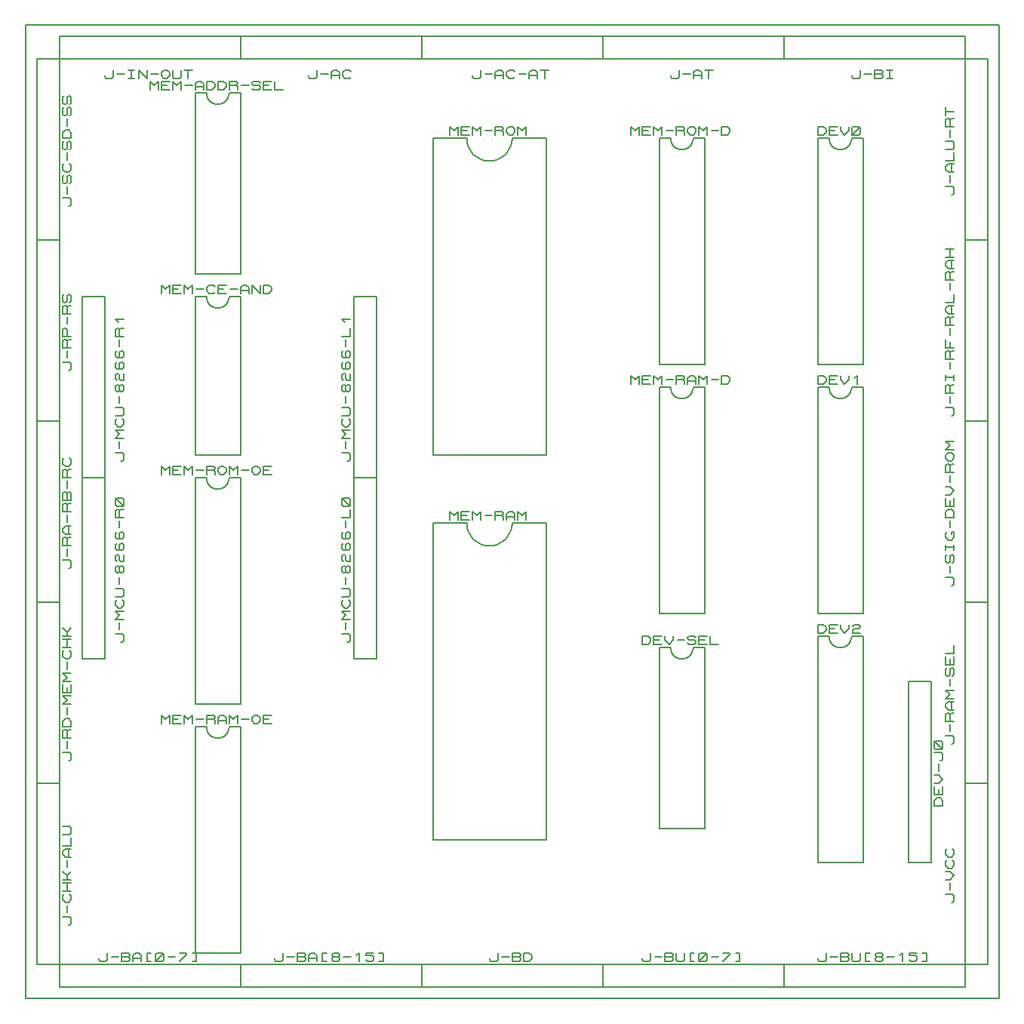
<source format=gbr>
G04 PROTEUS GERBER X2 FILE*
%TF.GenerationSoftware,Labcenter,Proteus,8.13-SP0-Build31525*%
%TF.CreationDate,2022-07-19T01:12:19+00:00*%
%TF.FileFunction,Legend,Top*%
%TF.FilePolarity,Positive*%
%TF.Part,Single*%
%TF.SameCoordinates,{d59f61b6-e7c8-4c59-9098-5d1a923f3759}*%
%FSLAX45Y45*%
%MOMM*%
G01*
%TA.AperFunction,Profile*%
%ADD15C,0.203200*%
%TA.AperFunction,Material*%
%ADD16C,0.203200*%
%TD.AperFunction*%
D15*
X-5461000Y-5715000D02*
X+5461000Y-5715000D01*
X+5461000Y+5207000D01*
X-5461000Y+5207000D01*
X-5461000Y-5715000D01*
D16*
X-3048000Y+4826000D02*
X-1016000Y+4826000D01*
X-1016000Y+5080000D01*
X-3048000Y+5080000D01*
X-3048000Y+4826000D01*
X-2286000Y+4643120D02*
X-2286000Y+4627880D01*
X-2270125Y+4612640D01*
X-2206625Y+4612640D01*
X-2190750Y+4627880D01*
X-2190750Y+4704080D01*
X-2143125Y+4658360D02*
X-2063750Y+4658360D01*
X-2032000Y+4612640D02*
X-2032000Y+4673600D01*
X-2000250Y+4704080D01*
X-1968500Y+4704080D01*
X-1936750Y+4673600D01*
X-1936750Y+4612640D01*
X-2032000Y+4643120D02*
X-1936750Y+4643120D01*
X-1809750Y+4627880D02*
X-1825625Y+4612640D01*
X-1873250Y+4612640D01*
X-1905000Y+4643120D01*
X-1905000Y+4673600D01*
X-1873250Y+4704080D01*
X-1825625Y+4704080D01*
X-1809750Y+4688840D01*
X-1016000Y+4826000D02*
X+1016000Y+4826000D01*
X+1016000Y+5080000D01*
X-1016000Y+5080000D01*
X-1016000Y+4826000D01*
X-444500Y+4643120D02*
X-444500Y+4627880D01*
X-428625Y+4612640D01*
X-365125Y+4612640D01*
X-349250Y+4627880D01*
X-349250Y+4704080D01*
X-301625Y+4658360D02*
X-222250Y+4658360D01*
X-190500Y+4612640D02*
X-190500Y+4673600D01*
X-158750Y+4704080D01*
X-127000Y+4704080D01*
X-95250Y+4673600D01*
X-95250Y+4612640D01*
X-190500Y+4643120D02*
X-95250Y+4643120D01*
X+31750Y+4627880D02*
X+15875Y+4612640D01*
X-31750Y+4612640D01*
X-63500Y+4643120D01*
X-63500Y+4673600D01*
X-31750Y+4704080D01*
X+15875Y+4704080D01*
X+31750Y+4688840D01*
X+79375Y+4658360D02*
X+158750Y+4658360D01*
X+190500Y+4612640D02*
X+190500Y+4673600D01*
X+222250Y+4704080D01*
X+254000Y+4704080D01*
X+285750Y+4673600D01*
X+285750Y+4612640D01*
X+190500Y+4643120D02*
X+285750Y+4643120D01*
X+317500Y+4704080D02*
X+412750Y+4704080D01*
X+365125Y+4704080D02*
X+365125Y+4612640D01*
X+1016000Y+4826000D02*
X+3048000Y+4826000D01*
X+3048000Y+5080000D01*
X+1016000Y+5080000D01*
X+1016000Y+4826000D01*
X+1778000Y+4643120D02*
X+1778000Y+4627880D01*
X+1793875Y+4612640D01*
X+1857375Y+4612640D01*
X+1873250Y+4627880D01*
X+1873250Y+4704080D01*
X+1920875Y+4658360D02*
X+2000250Y+4658360D01*
X+2032000Y+4612640D02*
X+2032000Y+4673600D01*
X+2063750Y+4704080D01*
X+2095500Y+4704080D01*
X+2127250Y+4673600D01*
X+2127250Y+4612640D01*
X+2032000Y+4643120D02*
X+2127250Y+4643120D01*
X+2159000Y+4704080D02*
X+2254250Y+4704080D01*
X+2206625Y+4704080D02*
X+2206625Y+4612640D01*
X+3048000Y+4826000D02*
X+5080000Y+4826000D01*
X+5080000Y+5080000D01*
X+3048000Y+5080000D01*
X+3048000Y+4826000D01*
X+3810000Y+4643120D02*
X+3810000Y+4627880D01*
X+3825875Y+4612640D01*
X+3889375Y+4612640D01*
X+3905250Y+4627880D01*
X+3905250Y+4704080D01*
X+3952875Y+4658360D02*
X+4032250Y+4658360D01*
X+4064000Y+4612640D02*
X+4064000Y+4704080D01*
X+4143375Y+4704080D01*
X+4159250Y+4688840D01*
X+4159250Y+4673600D01*
X+4143375Y+4658360D01*
X+4159250Y+4643120D01*
X+4159250Y+4627880D01*
X+4143375Y+4612640D01*
X+4064000Y+4612640D01*
X+4064000Y+4658360D02*
X+4143375Y+4658360D01*
X+4206875Y+4704080D02*
X+4270375Y+4704080D01*
X+4238625Y+4704080D02*
X+4238625Y+4612640D01*
X+4206875Y+4612640D02*
X+4270375Y+4612640D01*
X-5080000Y+4826000D02*
X-3048000Y+4826000D01*
X-3048000Y+5080000D01*
X-5080000Y+5080000D01*
X-5080000Y+4826000D01*
X-4572000Y+4643120D02*
X-4572000Y+4627880D01*
X-4556125Y+4612640D01*
X-4492625Y+4612640D01*
X-4476750Y+4627880D01*
X-4476750Y+4704080D01*
X-4429125Y+4658360D02*
X-4349750Y+4658360D01*
X-4302125Y+4704080D02*
X-4238625Y+4704080D01*
X-4270375Y+4704080D02*
X-4270375Y+4612640D01*
X-4302125Y+4612640D02*
X-4238625Y+4612640D01*
X-4191000Y+4612640D02*
X-4191000Y+4704080D01*
X-4095750Y+4612640D01*
X-4095750Y+4704080D01*
X-4048125Y+4658360D02*
X-3968750Y+4658360D01*
X-3937000Y+4673600D02*
X-3905250Y+4704080D01*
X-3873500Y+4704080D01*
X-3841750Y+4673600D01*
X-3841750Y+4643120D01*
X-3873500Y+4612640D01*
X-3905250Y+4612640D01*
X-3937000Y+4643120D01*
X-3937000Y+4673600D01*
X-3810000Y+4704080D02*
X-3810000Y+4627880D01*
X-3794125Y+4612640D01*
X-3730625Y+4612640D01*
X-3714750Y+4627880D01*
X-3714750Y+4704080D01*
X-3683000Y+4704080D02*
X-3587750Y+4704080D01*
X-3635375Y+4704080D02*
X-3635375Y+4612640D01*
X-5080000Y-5588000D02*
X-3048000Y-5588000D01*
X-3048000Y-5334000D01*
X-5080000Y-5334000D01*
X-5080000Y-5588000D01*
X-4635500Y-5262880D02*
X-4635500Y-5278120D01*
X-4619625Y-5293360D01*
X-4556125Y-5293360D01*
X-4540250Y-5278120D01*
X-4540250Y-5201920D01*
X-4492625Y-5247640D02*
X-4413250Y-5247640D01*
X-4381500Y-5293360D02*
X-4381500Y-5201920D01*
X-4302125Y-5201920D01*
X-4286250Y-5217160D01*
X-4286250Y-5232400D01*
X-4302125Y-5247640D01*
X-4286250Y-5262880D01*
X-4286250Y-5278120D01*
X-4302125Y-5293360D01*
X-4381500Y-5293360D01*
X-4381500Y-5247640D02*
X-4302125Y-5247640D01*
X-4254500Y-5293360D02*
X-4254500Y-5232400D01*
X-4222750Y-5201920D01*
X-4191000Y-5201920D01*
X-4159250Y-5232400D01*
X-4159250Y-5293360D01*
X-4254500Y-5262880D02*
X-4159250Y-5262880D01*
X-4048125Y-5201920D02*
X-4095750Y-5201920D01*
X-4095750Y-5293360D01*
X-4048125Y-5293360D01*
X-4000500Y-5278120D02*
X-4000500Y-5217160D01*
X-3984625Y-5201920D01*
X-3921125Y-5201920D01*
X-3905250Y-5217160D01*
X-3905250Y-5278120D01*
X-3921125Y-5293360D01*
X-3984625Y-5293360D01*
X-4000500Y-5278120D01*
X-4000500Y-5293360D02*
X-3905250Y-5201920D01*
X-3857625Y-5247640D02*
X-3778250Y-5247640D01*
X-3730625Y-5201920D02*
X-3651250Y-5201920D01*
X-3651250Y-5217160D01*
X-3730625Y-5293360D01*
X-3587750Y-5201920D02*
X-3540125Y-5201920D01*
X-3540125Y-5293360D01*
X-3587750Y-5293360D01*
X-3048000Y-5588000D02*
X-1016000Y-5588000D01*
X-1016000Y-5334000D01*
X-3048000Y-5334000D01*
X-3048000Y-5588000D01*
X-2667000Y-5262880D02*
X-2667000Y-5278120D01*
X-2651125Y-5293360D01*
X-2587625Y-5293360D01*
X-2571750Y-5278120D01*
X-2571750Y-5201920D01*
X-2524125Y-5247640D02*
X-2444750Y-5247640D01*
X-2413000Y-5293360D02*
X-2413000Y-5201920D01*
X-2333625Y-5201920D01*
X-2317750Y-5217160D01*
X-2317750Y-5232400D01*
X-2333625Y-5247640D01*
X-2317750Y-5262880D01*
X-2317750Y-5278120D01*
X-2333625Y-5293360D01*
X-2413000Y-5293360D01*
X-2413000Y-5247640D02*
X-2333625Y-5247640D01*
X-2286000Y-5293360D02*
X-2286000Y-5232400D01*
X-2254250Y-5201920D01*
X-2222500Y-5201920D01*
X-2190750Y-5232400D01*
X-2190750Y-5293360D01*
X-2286000Y-5262880D02*
X-2190750Y-5262880D01*
X-2079625Y-5201920D02*
X-2127250Y-5201920D01*
X-2127250Y-5293360D01*
X-2079625Y-5293360D01*
X-2000250Y-5247640D02*
X-2016125Y-5232400D01*
X-2016125Y-5217160D01*
X-2000250Y-5201920D01*
X-1952625Y-5201920D01*
X-1936750Y-5217160D01*
X-1936750Y-5232400D01*
X-1952625Y-5247640D01*
X-2000250Y-5247640D01*
X-2016125Y-5262880D01*
X-2016125Y-5278120D01*
X-2000250Y-5293360D01*
X-1952625Y-5293360D01*
X-1936750Y-5278120D01*
X-1936750Y-5262880D01*
X-1952625Y-5247640D01*
X-1889125Y-5247640D02*
X-1809750Y-5247640D01*
X-1746250Y-5232400D02*
X-1714500Y-5201920D01*
X-1714500Y-5293360D01*
X-1555750Y-5201920D02*
X-1635125Y-5201920D01*
X-1635125Y-5232400D01*
X-1571625Y-5232400D01*
X-1555750Y-5247640D01*
X-1555750Y-5278120D01*
X-1571625Y-5293360D01*
X-1619250Y-5293360D01*
X-1635125Y-5278120D01*
X-1492250Y-5201920D02*
X-1444625Y-5201920D01*
X-1444625Y-5293360D01*
X-1492250Y-5293360D01*
X-1016000Y-5588000D02*
X+1016000Y-5588000D01*
X+1016000Y-5334000D01*
X-1016000Y-5334000D01*
X-1016000Y-5588000D01*
X-254000Y-5262880D02*
X-254000Y-5278120D01*
X-238125Y-5293360D01*
X-174625Y-5293360D01*
X-158750Y-5278120D01*
X-158750Y-5201920D01*
X-111125Y-5247640D02*
X-31750Y-5247640D01*
X+0Y-5293360D02*
X+0Y-5201920D01*
X+79375Y-5201920D01*
X+95250Y-5217160D01*
X+95250Y-5232400D01*
X+79375Y-5247640D01*
X+95250Y-5262880D01*
X+95250Y-5278120D01*
X+79375Y-5293360D01*
X+0Y-5293360D01*
X+0Y-5247640D02*
X+79375Y-5247640D01*
X+127000Y-5293360D02*
X+127000Y-5201920D01*
X+190500Y-5201920D01*
X+222250Y-5232400D01*
X+222250Y-5262880D01*
X+190500Y-5293360D01*
X+127000Y-5293360D01*
X+1016000Y-5588000D02*
X+3048000Y-5588000D01*
X+3048000Y-5334000D01*
X+1016000Y-5334000D01*
X+1016000Y-5588000D01*
X+1460500Y-5262880D02*
X+1460500Y-5278120D01*
X+1476375Y-5293360D01*
X+1539875Y-5293360D01*
X+1555750Y-5278120D01*
X+1555750Y-5201920D01*
X+1603375Y-5247640D02*
X+1682750Y-5247640D01*
X+1714500Y-5293360D02*
X+1714500Y-5201920D01*
X+1793875Y-5201920D01*
X+1809750Y-5217160D01*
X+1809750Y-5232400D01*
X+1793875Y-5247640D01*
X+1809750Y-5262880D01*
X+1809750Y-5278120D01*
X+1793875Y-5293360D01*
X+1714500Y-5293360D01*
X+1714500Y-5247640D02*
X+1793875Y-5247640D01*
X+1841500Y-5201920D02*
X+1841500Y-5278120D01*
X+1857375Y-5293360D01*
X+1920875Y-5293360D01*
X+1936750Y-5278120D01*
X+1936750Y-5201920D01*
X+2047875Y-5201920D02*
X+2000250Y-5201920D01*
X+2000250Y-5293360D01*
X+2047875Y-5293360D01*
X+2095500Y-5278120D02*
X+2095500Y-5217160D01*
X+2111375Y-5201920D01*
X+2174875Y-5201920D01*
X+2190750Y-5217160D01*
X+2190750Y-5278120D01*
X+2174875Y-5293360D01*
X+2111375Y-5293360D01*
X+2095500Y-5278120D01*
X+2095500Y-5293360D02*
X+2190750Y-5201920D01*
X+2238375Y-5247640D02*
X+2317750Y-5247640D01*
X+2365375Y-5201920D02*
X+2444750Y-5201920D01*
X+2444750Y-5217160D01*
X+2365375Y-5293360D01*
X+2508250Y-5201920D02*
X+2555875Y-5201920D01*
X+2555875Y-5293360D01*
X+2508250Y-5293360D01*
X+3048000Y-5588000D02*
X+5080000Y-5588000D01*
X+5080000Y-5334000D01*
X+3048000Y-5334000D01*
X+3048000Y-5588000D01*
X+3429000Y-5262880D02*
X+3429000Y-5278120D01*
X+3444875Y-5293360D01*
X+3508375Y-5293360D01*
X+3524250Y-5278120D01*
X+3524250Y-5201920D01*
X+3571875Y-5247640D02*
X+3651250Y-5247640D01*
X+3683000Y-5293360D02*
X+3683000Y-5201920D01*
X+3762375Y-5201920D01*
X+3778250Y-5217160D01*
X+3778250Y-5232400D01*
X+3762375Y-5247640D01*
X+3778250Y-5262880D01*
X+3778250Y-5278120D01*
X+3762375Y-5293360D01*
X+3683000Y-5293360D01*
X+3683000Y-5247640D02*
X+3762375Y-5247640D01*
X+3810000Y-5201920D02*
X+3810000Y-5278120D01*
X+3825875Y-5293360D01*
X+3889375Y-5293360D01*
X+3905250Y-5278120D01*
X+3905250Y-5201920D01*
X+4016375Y-5201920D02*
X+3968750Y-5201920D01*
X+3968750Y-5293360D01*
X+4016375Y-5293360D01*
X+4095750Y-5247640D02*
X+4079875Y-5232400D01*
X+4079875Y-5217160D01*
X+4095750Y-5201920D01*
X+4143375Y-5201920D01*
X+4159250Y-5217160D01*
X+4159250Y-5232400D01*
X+4143375Y-5247640D01*
X+4095750Y-5247640D01*
X+4079875Y-5262880D01*
X+4079875Y-5278120D01*
X+4095750Y-5293360D01*
X+4143375Y-5293360D01*
X+4159250Y-5278120D01*
X+4159250Y-5262880D01*
X+4143375Y-5247640D01*
X+4206875Y-5247640D02*
X+4286250Y-5247640D01*
X+4349750Y-5232400D02*
X+4381500Y-5201920D01*
X+4381500Y-5293360D01*
X+4540250Y-5201920D02*
X+4460875Y-5201920D01*
X+4460875Y-5232400D01*
X+4524375Y-5232400D01*
X+4540250Y-5247640D01*
X+4540250Y-5278120D01*
X+4524375Y-5293360D01*
X+4476750Y-5293360D01*
X+4460875Y-5278120D01*
X+4603750Y-5201920D02*
X+4651375Y-5201920D01*
X+4651375Y-5293360D01*
X+4603750Y-5293360D01*
X-5334000Y+2794000D02*
X-5080000Y+2794000D01*
X-5080000Y+4826000D01*
X-5334000Y+4826000D01*
X-5334000Y+2794000D01*
X-4978400Y+3175000D02*
X-4963160Y+3175000D01*
X-4947920Y+3190875D01*
X-4947920Y+3254375D01*
X-4963160Y+3270250D01*
X-5039360Y+3270250D01*
X-4993640Y+3317875D02*
X-4993640Y+3397250D01*
X-4963160Y+3429000D02*
X-4947920Y+3444875D01*
X-4947920Y+3508375D01*
X-4963160Y+3524250D01*
X-4978400Y+3524250D01*
X-4993640Y+3508375D01*
X-4993640Y+3444875D01*
X-5008880Y+3429000D01*
X-5024120Y+3429000D01*
X-5039360Y+3444875D01*
X-5039360Y+3508375D01*
X-5024120Y+3524250D01*
X-4963160Y+3651250D02*
X-4947920Y+3635375D01*
X-4947920Y+3587750D01*
X-4978400Y+3556000D01*
X-5008880Y+3556000D01*
X-5039360Y+3587750D01*
X-5039360Y+3635375D01*
X-5024120Y+3651250D01*
X-4993640Y+3698875D02*
X-4993640Y+3778250D01*
X-4963160Y+3810000D02*
X-4947920Y+3825875D01*
X-4947920Y+3889375D01*
X-4963160Y+3905250D01*
X-4978400Y+3905250D01*
X-4993640Y+3889375D01*
X-4993640Y+3825875D01*
X-5008880Y+3810000D01*
X-5024120Y+3810000D01*
X-5039360Y+3825875D01*
X-5039360Y+3889375D01*
X-5024120Y+3905250D01*
X-4947920Y+3937000D02*
X-5039360Y+3937000D01*
X-5039360Y+4000500D01*
X-5008880Y+4032250D01*
X-4978400Y+4032250D01*
X-4947920Y+4000500D01*
X-4947920Y+3937000D01*
X-4993640Y+4079875D02*
X-4993640Y+4159250D01*
X-4963160Y+4191000D02*
X-4947920Y+4206875D01*
X-4947920Y+4270375D01*
X-4963160Y+4286250D01*
X-4978400Y+4286250D01*
X-4993640Y+4270375D01*
X-4993640Y+4206875D01*
X-5008880Y+4191000D01*
X-5024120Y+4191000D01*
X-5039360Y+4206875D01*
X-5039360Y+4270375D01*
X-5024120Y+4286250D01*
X-4963160Y+4318000D02*
X-4947920Y+4333875D01*
X-4947920Y+4397375D01*
X-4963160Y+4413250D01*
X-4978400Y+4413250D01*
X-4993640Y+4397375D01*
X-4993640Y+4333875D01*
X-5008880Y+4318000D01*
X-5024120Y+4318000D01*
X-5039360Y+4333875D01*
X-5039360Y+4397375D01*
X-5024120Y+4413250D01*
X-5334000Y+762000D02*
X-5080000Y+762000D01*
X-5080000Y+2794000D01*
X-5334000Y+2794000D01*
X-5334000Y+762000D01*
X-4978400Y+1333500D02*
X-4963160Y+1333500D01*
X-4947920Y+1349375D01*
X-4947920Y+1412875D01*
X-4963160Y+1428750D01*
X-5039360Y+1428750D01*
X-4993640Y+1476375D02*
X-4993640Y+1555750D01*
X-4947920Y+1587500D02*
X-5039360Y+1587500D01*
X-5039360Y+1666875D01*
X-5024120Y+1682750D01*
X-5008880Y+1682750D01*
X-4993640Y+1666875D01*
X-4993640Y+1587500D01*
X-4993640Y+1666875D02*
X-4978400Y+1682750D01*
X-4947920Y+1682750D01*
X-4947920Y+1714500D02*
X-5039360Y+1714500D01*
X-5039360Y+1793875D01*
X-5024120Y+1809750D01*
X-5008880Y+1809750D01*
X-4993640Y+1793875D01*
X-4993640Y+1714500D01*
X-4993640Y+1857375D02*
X-4993640Y+1936750D01*
X-4947920Y+1968500D02*
X-5039360Y+1968500D01*
X-5039360Y+2047875D01*
X-5024120Y+2063750D01*
X-5008880Y+2063750D01*
X-4993640Y+2047875D01*
X-4993640Y+1968500D01*
X-4993640Y+2047875D02*
X-4978400Y+2063750D01*
X-4947920Y+2063750D01*
X-4963160Y+2095500D02*
X-4947920Y+2111375D01*
X-4947920Y+2174875D01*
X-4963160Y+2190750D01*
X-4978400Y+2190750D01*
X-4993640Y+2174875D01*
X-4993640Y+2111375D01*
X-5008880Y+2095500D01*
X-5024120Y+2095500D01*
X-5039360Y+2111375D01*
X-5039360Y+2174875D01*
X-5024120Y+2190750D01*
X-5334000Y-1270000D02*
X-5080000Y-1270000D01*
X-5080000Y+762000D01*
X-5334000Y+762000D01*
X-5334000Y-1270000D01*
X-4978400Y-889000D02*
X-4963160Y-889000D01*
X-4947920Y-873125D01*
X-4947920Y-809625D01*
X-4963160Y-793750D01*
X-5039360Y-793750D01*
X-4993640Y-746125D02*
X-4993640Y-666750D01*
X-4947920Y-635000D02*
X-5039360Y-635000D01*
X-5039360Y-555625D01*
X-5024120Y-539750D01*
X-5008880Y-539750D01*
X-4993640Y-555625D01*
X-4993640Y-635000D01*
X-4993640Y-555625D02*
X-4978400Y-539750D01*
X-4947920Y-539750D01*
X-4947920Y-508000D02*
X-5008880Y-508000D01*
X-5039360Y-476250D01*
X-5039360Y-444500D01*
X-5008880Y-412750D01*
X-4947920Y-412750D01*
X-4978400Y-508000D02*
X-4978400Y-412750D01*
X-4993640Y-365125D02*
X-4993640Y-285750D01*
X-4947920Y-254000D02*
X-5039360Y-254000D01*
X-5039360Y-174625D01*
X-5024120Y-158750D01*
X-5008880Y-158750D01*
X-4993640Y-174625D01*
X-4993640Y-254000D01*
X-4993640Y-174625D02*
X-4978400Y-158750D01*
X-4947920Y-158750D01*
X-4947920Y-127000D02*
X-5039360Y-127000D01*
X-5039360Y-47625D01*
X-5024120Y-31750D01*
X-5008880Y-31750D01*
X-4993640Y-47625D01*
X-4978400Y-31750D01*
X-4963160Y-31750D01*
X-4947920Y-47625D01*
X-4947920Y-127000D01*
X-4993640Y-127000D02*
X-4993640Y-47625D01*
X-4993640Y+15875D02*
X-4993640Y+95250D01*
X-4947920Y+127000D02*
X-5039360Y+127000D01*
X-5039360Y+206375D01*
X-5024120Y+222250D01*
X-5008880Y+222250D01*
X-4993640Y+206375D01*
X-4993640Y+127000D01*
X-4993640Y+206375D02*
X-4978400Y+222250D01*
X-4947920Y+222250D01*
X-4963160Y+349250D02*
X-4947920Y+333375D01*
X-4947920Y+285750D01*
X-4978400Y+254000D01*
X-5008880Y+254000D01*
X-5039360Y+285750D01*
X-5039360Y+333375D01*
X-5024120Y+349250D01*
X-5334000Y-3302000D02*
X-5080000Y-3302000D01*
X-5080000Y-1270000D01*
X-5334000Y-1270000D01*
X-5334000Y-3302000D01*
X-4978400Y-3048000D02*
X-4963160Y-3048000D01*
X-4947920Y-3032125D01*
X-4947920Y-2968625D01*
X-4963160Y-2952750D01*
X-5039360Y-2952750D01*
X-4993640Y-2905125D02*
X-4993640Y-2825750D01*
X-4947920Y-2794000D02*
X-5039360Y-2794000D01*
X-5039360Y-2714625D01*
X-5024120Y-2698750D01*
X-5008880Y-2698750D01*
X-4993640Y-2714625D01*
X-4993640Y-2794000D01*
X-4993640Y-2714625D02*
X-4978400Y-2698750D01*
X-4947920Y-2698750D01*
X-4947920Y-2667000D02*
X-5039360Y-2667000D01*
X-5039360Y-2603500D01*
X-5008880Y-2571750D01*
X-4978400Y-2571750D01*
X-4947920Y-2603500D01*
X-4947920Y-2667000D01*
X-4993640Y-2524125D02*
X-4993640Y-2444750D01*
X-4947920Y-2413000D02*
X-5039360Y-2413000D01*
X-4993640Y-2365375D01*
X-5039360Y-2317750D01*
X-4947920Y-2317750D01*
X-4947920Y-2190750D02*
X-4947920Y-2286000D01*
X-5039360Y-2286000D01*
X-5039360Y-2190750D01*
X-4993640Y-2286000D02*
X-4993640Y-2222500D01*
X-4947920Y-2159000D02*
X-5039360Y-2159000D01*
X-4993640Y-2111375D01*
X-5039360Y-2063750D01*
X-4947920Y-2063750D01*
X-4993640Y-2016125D02*
X-4993640Y-1936750D01*
X-4963160Y-1809750D02*
X-4947920Y-1825625D01*
X-4947920Y-1873250D01*
X-4978400Y-1905000D01*
X-5008880Y-1905000D01*
X-5039360Y-1873250D01*
X-5039360Y-1825625D01*
X-5024120Y-1809750D01*
X-4947920Y-1778000D02*
X-5039360Y-1778000D01*
X-5039360Y-1682750D02*
X-4947920Y-1682750D01*
X-4993640Y-1778000D02*
X-4993640Y-1682750D01*
X-5039360Y-1651000D02*
X-4947920Y-1651000D01*
X-5039360Y-1555750D02*
X-4993640Y-1603375D01*
X-4947920Y-1555750D01*
X-4993640Y-1651000D02*
X-4993640Y-1603375D01*
X-5334000Y-5334000D02*
X-5080000Y-5334000D01*
X-5080000Y-3302000D01*
X-5334000Y-3302000D01*
X-5334000Y-5334000D01*
X-4978400Y-4889500D02*
X-4963160Y-4889500D01*
X-4947920Y-4873625D01*
X-4947920Y-4810125D01*
X-4963160Y-4794250D01*
X-5039360Y-4794250D01*
X-4993640Y-4746625D02*
X-4993640Y-4667250D01*
X-4963160Y-4540250D02*
X-4947920Y-4556125D01*
X-4947920Y-4603750D01*
X-4978400Y-4635500D01*
X-5008880Y-4635500D01*
X-5039360Y-4603750D01*
X-5039360Y-4556125D01*
X-5024120Y-4540250D01*
X-4947920Y-4508500D02*
X-5039360Y-4508500D01*
X-5039360Y-4413250D02*
X-4947920Y-4413250D01*
X-4993640Y-4508500D02*
X-4993640Y-4413250D01*
X-5039360Y-4381500D02*
X-4947920Y-4381500D01*
X-5039360Y-4286250D02*
X-4993640Y-4333875D01*
X-4947920Y-4286250D01*
X-4993640Y-4381500D02*
X-4993640Y-4333875D01*
X-4993640Y-4238625D02*
X-4993640Y-4159250D01*
X-4947920Y-4127500D02*
X-5008880Y-4127500D01*
X-5039360Y-4095750D01*
X-5039360Y-4064000D01*
X-5008880Y-4032250D01*
X-4947920Y-4032250D01*
X-4978400Y-4127500D02*
X-4978400Y-4032250D01*
X-5039360Y-4000500D02*
X-4947920Y-4000500D01*
X-4947920Y-3905250D01*
X-5039360Y-3873500D02*
X-4963160Y-3873500D01*
X-4947920Y-3857625D01*
X-4947920Y-3794125D01*
X-4963160Y-3778250D01*
X-5039360Y-3778250D01*
X+5080000Y+2794000D02*
X+5334000Y+2794000D01*
X+5334000Y+4826000D01*
X+5080000Y+4826000D01*
X+5080000Y+2794000D01*
X+4927600Y+3302000D02*
X+4942840Y+3302000D01*
X+4958080Y+3317875D01*
X+4958080Y+3381375D01*
X+4942840Y+3397250D01*
X+4866640Y+3397250D01*
X+4912360Y+3444875D02*
X+4912360Y+3524250D01*
X+4958080Y+3556000D02*
X+4897120Y+3556000D01*
X+4866640Y+3587750D01*
X+4866640Y+3619500D01*
X+4897120Y+3651250D01*
X+4958080Y+3651250D01*
X+4927600Y+3556000D02*
X+4927600Y+3651250D01*
X+4866640Y+3683000D02*
X+4958080Y+3683000D01*
X+4958080Y+3778250D01*
X+4866640Y+3810000D02*
X+4942840Y+3810000D01*
X+4958080Y+3825875D01*
X+4958080Y+3889375D01*
X+4942840Y+3905250D01*
X+4866640Y+3905250D01*
X+4912360Y+3952875D02*
X+4912360Y+4032250D01*
X+4958080Y+4064000D02*
X+4866640Y+4064000D01*
X+4866640Y+4143375D01*
X+4881880Y+4159250D01*
X+4897120Y+4159250D01*
X+4912360Y+4143375D01*
X+4912360Y+4064000D01*
X+4912360Y+4143375D02*
X+4927600Y+4159250D01*
X+4958080Y+4159250D01*
X+4866640Y+4191000D02*
X+4866640Y+4286250D01*
X+4866640Y+4238625D02*
X+4958080Y+4238625D01*
X+5080000Y+762000D02*
X+5334000Y+762000D01*
X+5334000Y+2794000D01*
X+5080000Y+2794000D01*
X+5080000Y+762000D01*
X+4927600Y+825500D02*
X+4942840Y+825500D01*
X+4958080Y+841375D01*
X+4958080Y+904875D01*
X+4942840Y+920750D01*
X+4866640Y+920750D01*
X+4912360Y+968375D02*
X+4912360Y+1047750D01*
X+4958080Y+1079500D02*
X+4866640Y+1079500D01*
X+4866640Y+1158875D01*
X+4881880Y+1174750D01*
X+4897120Y+1174750D01*
X+4912360Y+1158875D01*
X+4912360Y+1079500D01*
X+4912360Y+1158875D02*
X+4927600Y+1174750D01*
X+4958080Y+1174750D01*
X+4866640Y+1222375D02*
X+4866640Y+1285875D01*
X+4866640Y+1254125D02*
X+4958080Y+1254125D01*
X+4958080Y+1222375D02*
X+4958080Y+1285875D01*
X+4912360Y+1349375D02*
X+4912360Y+1428750D01*
X+4958080Y+1460500D02*
X+4866640Y+1460500D01*
X+4866640Y+1539875D01*
X+4881880Y+1555750D01*
X+4897120Y+1555750D01*
X+4912360Y+1539875D01*
X+4912360Y+1460500D01*
X+4912360Y+1539875D02*
X+4927600Y+1555750D01*
X+4958080Y+1555750D01*
X+4958080Y+1587500D02*
X+4866640Y+1587500D01*
X+4866640Y+1682750D01*
X+4912360Y+1587500D02*
X+4912360Y+1651000D01*
X+4912360Y+1730375D02*
X+4912360Y+1809750D01*
X+4958080Y+1841500D02*
X+4866640Y+1841500D01*
X+4866640Y+1920875D01*
X+4881880Y+1936750D01*
X+4897120Y+1936750D01*
X+4912360Y+1920875D01*
X+4912360Y+1841500D01*
X+4912360Y+1920875D02*
X+4927600Y+1936750D01*
X+4958080Y+1936750D01*
X+4958080Y+1968500D02*
X+4897120Y+1968500D01*
X+4866640Y+2000250D01*
X+4866640Y+2032000D01*
X+4897120Y+2063750D01*
X+4958080Y+2063750D01*
X+4927600Y+1968500D02*
X+4927600Y+2063750D01*
X+4866640Y+2095500D02*
X+4958080Y+2095500D01*
X+4958080Y+2190750D01*
X+4912360Y+2238375D02*
X+4912360Y+2317750D01*
X+4958080Y+2349500D02*
X+4866640Y+2349500D01*
X+4866640Y+2428875D01*
X+4881880Y+2444750D01*
X+4897120Y+2444750D01*
X+4912360Y+2428875D01*
X+4912360Y+2349500D01*
X+4912360Y+2428875D02*
X+4927600Y+2444750D01*
X+4958080Y+2444750D01*
X+4958080Y+2476500D02*
X+4897120Y+2476500D01*
X+4866640Y+2508250D01*
X+4866640Y+2540000D01*
X+4897120Y+2571750D01*
X+4958080Y+2571750D01*
X+4927600Y+2476500D02*
X+4927600Y+2571750D01*
X+4958080Y+2603500D02*
X+4866640Y+2603500D01*
X+4866640Y+2698750D02*
X+4958080Y+2698750D01*
X+4912360Y+2603500D02*
X+4912360Y+2698750D01*
X+5080000Y-1270000D02*
X+5334000Y-1270000D01*
X+5334000Y+762000D01*
X+5080000Y+762000D01*
X+5080000Y-1270000D01*
X+4927600Y-1079500D02*
X+4942840Y-1079500D01*
X+4958080Y-1063625D01*
X+4958080Y-1000125D01*
X+4942840Y-984250D01*
X+4866640Y-984250D01*
X+4912360Y-936625D02*
X+4912360Y-857250D01*
X+4942840Y-825500D02*
X+4958080Y-809625D01*
X+4958080Y-746125D01*
X+4942840Y-730250D01*
X+4927600Y-730250D01*
X+4912360Y-746125D01*
X+4912360Y-809625D01*
X+4897120Y-825500D01*
X+4881880Y-825500D01*
X+4866640Y-809625D01*
X+4866640Y-746125D01*
X+4881880Y-730250D01*
X+4866640Y-682625D02*
X+4866640Y-619125D01*
X+4866640Y-650875D02*
X+4958080Y-650875D01*
X+4958080Y-682625D02*
X+4958080Y-619125D01*
X+4927600Y-508000D02*
X+4927600Y-476250D01*
X+4958080Y-476250D01*
X+4958080Y-539750D01*
X+4927600Y-571500D01*
X+4897120Y-571500D01*
X+4866640Y-539750D01*
X+4866640Y-492125D01*
X+4881880Y-476250D01*
X+4912360Y-428625D02*
X+4912360Y-349250D01*
X+4958080Y-317500D02*
X+4866640Y-317500D01*
X+4866640Y-254000D01*
X+4897120Y-222250D01*
X+4927600Y-222250D01*
X+4958080Y-254000D01*
X+4958080Y-317500D01*
X+4958080Y-95250D02*
X+4958080Y-190500D01*
X+4866640Y-190500D01*
X+4866640Y-95250D01*
X+4912360Y-190500D02*
X+4912360Y-127000D01*
X+4866640Y-63500D02*
X+4912360Y-63500D01*
X+4958080Y-15875D01*
X+4912360Y+31750D01*
X+4866640Y+31750D01*
X+4912360Y+79375D02*
X+4912360Y+158750D01*
X+4958080Y+190500D02*
X+4866640Y+190500D01*
X+4866640Y+269875D01*
X+4881880Y+285750D01*
X+4897120Y+285750D01*
X+4912360Y+269875D01*
X+4912360Y+190500D01*
X+4912360Y+269875D02*
X+4927600Y+285750D01*
X+4958080Y+285750D01*
X+4897120Y+317500D02*
X+4866640Y+349250D01*
X+4866640Y+381000D01*
X+4897120Y+412750D01*
X+4927600Y+412750D01*
X+4958080Y+381000D01*
X+4958080Y+349250D01*
X+4927600Y+317500D01*
X+4897120Y+317500D01*
X+4958080Y+444500D02*
X+4866640Y+444500D01*
X+4912360Y+492125D01*
X+4866640Y+539750D01*
X+4958080Y+539750D01*
X+5080000Y-3302000D02*
X+5334000Y-3302000D01*
X+5334000Y-1270000D01*
X+5080000Y-1270000D01*
X+5080000Y-3302000D01*
X+4927600Y-2857500D02*
X+4942840Y-2857500D01*
X+4958080Y-2841625D01*
X+4958080Y-2778125D01*
X+4942840Y-2762250D01*
X+4866640Y-2762250D01*
X+4912360Y-2714625D02*
X+4912360Y-2635250D01*
X+4958080Y-2603500D02*
X+4866640Y-2603500D01*
X+4866640Y-2524125D01*
X+4881880Y-2508250D01*
X+4897120Y-2508250D01*
X+4912360Y-2524125D01*
X+4912360Y-2603500D01*
X+4912360Y-2524125D02*
X+4927600Y-2508250D01*
X+4958080Y-2508250D01*
X+4958080Y-2476500D02*
X+4897120Y-2476500D01*
X+4866640Y-2444750D01*
X+4866640Y-2413000D01*
X+4897120Y-2381250D01*
X+4958080Y-2381250D01*
X+4927600Y-2476500D02*
X+4927600Y-2381250D01*
X+4958080Y-2349500D02*
X+4866640Y-2349500D01*
X+4912360Y-2301875D01*
X+4866640Y-2254250D01*
X+4958080Y-2254250D01*
X+4912360Y-2206625D02*
X+4912360Y-2127250D01*
X+4942840Y-2095500D02*
X+4958080Y-2079625D01*
X+4958080Y-2016125D01*
X+4942840Y-2000250D01*
X+4927600Y-2000250D01*
X+4912360Y-2016125D01*
X+4912360Y-2079625D01*
X+4897120Y-2095500D01*
X+4881880Y-2095500D01*
X+4866640Y-2079625D01*
X+4866640Y-2016125D01*
X+4881880Y-2000250D01*
X+4958080Y-1873250D02*
X+4958080Y-1968500D01*
X+4866640Y-1968500D01*
X+4866640Y-1873250D01*
X+4912360Y-1968500D02*
X+4912360Y-1905000D01*
X+4866640Y-1841500D02*
X+4958080Y-1841500D01*
X+4958080Y-1746250D01*
X+5080000Y-5334000D02*
X+5334000Y-5334000D01*
X+5334000Y-3302000D01*
X+5080000Y-3302000D01*
X+5080000Y-5334000D01*
X+4927600Y-4635500D02*
X+4942840Y-4635500D01*
X+4958080Y-4619625D01*
X+4958080Y-4556125D01*
X+4942840Y-4540250D01*
X+4866640Y-4540250D01*
X+4912360Y-4492625D02*
X+4912360Y-4413250D01*
X+4866640Y-4381500D02*
X+4912360Y-4381500D01*
X+4958080Y-4333875D01*
X+4912360Y-4286250D01*
X+4866640Y-4286250D01*
X+4942840Y-4159250D02*
X+4958080Y-4175125D01*
X+4958080Y-4222750D01*
X+4927600Y-4254500D01*
X+4897120Y-4254500D01*
X+4866640Y-4222750D01*
X+4866640Y-4175125D01*
X+4881880Y-4159250D01*
X+4942840Y-4032250D02*
X+4958080Y-4048125D01*
X+4958080Y-4095750D01*
X+4927600Y-4127500D01*
X+4897120Y-4127500D01*
X+4866640Y-4095750D01*
X+4866640Y-4048125D01*
X+4881880Y-4032250D01*
X-1778000Y-1905000D02*
X-1524000Y-1905000D01*
X-1524000Y+127000D01*
X-1778000Y+127000D01*
X-1778000Y-1905000D01*
X-1849120Y-1714500D02*
X-1833880Y-1714500D01*
X-1818640Y-1698625D01*
X-1818640Y-1635125D01*
X-1833880Y-1619250D01*
X-1910080Y-1619250D01*
X-1864360Y-1571625D02*
X-1864360Y-1492250D01*
X-1818640Y-1460500D02*
X-1910080Y-1460500D01*
X-1864360Y-1412875D01*
X-1910080Y-1365250D01*
X-1818640Y-1365250D01*
X-1833880Y-1238250D02*
X-1818640Y-1254125D01*
X-1818640Y-1301750D01*
X-1849120Y-1333500D01*
X-1879600Y-1333500D01*
X-1910080Y-1301750D01*
X-1910080Y-1254125D01*
X-1894840Y-1238250D01*
X-1910080Y-1206500D02*
X-1833880Y-1206500D01*
X-1818640Y-1190625D01*
X-1818640Y-1127125D01*
X-1833880Y-1111250D01*
X-1910080Y-1111250D01*
X-1864360Y-1063625D02*
X-1864360Y-984250D01*
X-1864360Y-920750D02*
X-1879600Y-936625D01*
X-1894840Y-936625D01*
X-1910080Y-920750D01*
X-1910080Y-873125D01*
X-1894840Y-857250D01*
X-1879600Y-857250D01*
X-1864360Y-873125D01*
X-1864360Y-920750D01*
X-1849120Y-936625D01*
X-1833880Y-936625D01*
X-1818640Y-920750D01*
X-1818640Y-873125D01*
X-1833880Y-857250D01*
X-1849120Y-857250D01*
X-1864360Y-873125D01*
X-1894840Y-809625D02*
X-1910080Y-793750D01*
X-1910080Y-746125D01*
X-1894840Y-730250D01*
X-1879600Y-730250D01*
X-1864360Y-746125D01*
X-1864360Y-793750D01*
X-1849120Y-809625D01*
X-1818640Y-809625D01*
X-1818640Y-730250D01*
X-1894840Y-603250D02*
X-1910080Y-619125D01*
X-1910080Y-666750D01*
X-1894840Y-682625D01*
X-1833880Y-682625D01*
X-1818640Y-666750D01*
X-1818640Y-619125D01*
X-1833880Y-603250D01*
X-1849120Y-603250D01*
X-1864360Y-619125D01*
X-1864360Y-682625D01*
X-1894840Y-476250D02*
X-1910080Y-492125D01*
X-1910080Y-539750D01*
X-1894840Y-555625D01*
X-1833880Y-555625D01*
X-1818640Y-539750D01*
X-1818640Y-492125D01*
X-1833880Y-476250D01*
X-1849120Y-476250D01*
X-1864360Y-492125D01*
X-1864360Y-555625D01*
X-1864360Y-428625D02*
X-1864360Y-349250D01*
X-1910080Y-317500D02*
X-1818640Y-317500D01*
X-1818640Y-222250D01*
X-1833880Y-190500D02*
X-1894840Y-190500D01*
X-1910080Y-174625D01*
X-1910080Y-111125D01*
X-1894840Y-95250D01*
X-1833880Y-95250D01*
X-1818640Y-111125D01*
X-1818640Y-174625D01*
X-1833880Y-190500D01*
X-1818640Y-190500D02*
X-1910080Y-95250D01*
X-4826000Y-1905000D02*
X-4572000Y-1905000D01*
X-4572000Y+127000D01*
X-4826000Y+127000D01*
X-4826000Y-1905000D01*
X-4389120Y-1714500D02*
X-4373880Y-1714500D01*
X-4358640Y-1698625D01*
X-4358640Y-1635125D01*
X-4373880Y-1619250D01*
X-4450080Y-1619250D01*
X-4404360Y-1571625D02*
X-4404360Y-1492250D01*
X-4358640Y-1460500D02*
X-4450080Y-1460500D01*
X-4404360Y-1412875D01*
X-4450080Y-1365250D01*
X-4358640Y-1365250D01*
X-4373880Y-1238250D02*
X-4358640Y-1254125D01*
X-4358640Y-1301750D01*
X-4389120Y-1333500D01*
X-4419600Y-1333500D01*
X-4450080Y-1301750D01*
X-4450080Y-1254125D01*
X-4434840Y-1238250D01*
X-4450080Y-1206500D02*
X-4373880Y-1206500D01*
X-4358640Y-1190625D01*
X-4358640Y-1127125D01*
X-4373880Y-1111250D01*
X-4450080Y-1111250D01*
X-4404360Y-1063625D02*
X-4404360Y-984250D01*
X-4404360Y-920750D02*
X-4419600Y-936625D01*
X-4434840Y-936625D01*
X-4450080Y-920750D01*
X-4450080Y-873125D01*
X-4434840Y-857250D01*
X-4419600Y-857250D01*
X-4404360Y-873125D01*
X-4404360Y-920750D01*
X-4389120Y-936625D01*
X-4373880Y-936625D01*
X-4358640Y-920750D01*
X-4358640Y-873125D01*
X-4373880Y-857250D01*
X-4389120Y-857250D01*
X-4404360Y-873125D01*
X-4434840Y-809625D02*
X-4450080Y-793750D01*
X-4450080Y-746125D01*
X-4434840Y-730250D01*
X-4419600Y-730250D01*
X-4404360Y-746125D01*
X-4404360Y-793750D01*
X-4389120Y-809625D01*
X-4358640Y-809625D01*
X-4358640Y-730250D01*
X-4434840Y-603250D02*
X-4450080Y-619125D01*
X-4450080Y-666750D01*
X-4434840Y-682625D01*
X-4373880Y-682625D01*
X-4358640Y-666750D01*
X-4358640Y-619125D01*
X-4373880Y-603250D01*
X-4389120Y-603250D01*
X-4404360Y-619125D01*
X-4404360Y-682625D01*
X-4434840Y-476250D02*
X-4450080Y-492125D01*
X-4450080Y-539750D01*
X-4434840Y-555625D01*
X-4373880Y-555625D01*
X-4358640Y-539750D01*
X-4358640Y-492125D01*
X-4373880Y-476250D01*
X-4389120Y-476250D01*
X-4404360Y-492125D01*
X-4404360Y-555625D01*
X-4404360Y-428625D02*
X-4404360Y-349250D01*
X-4358640Y-317500D02*
X-4450080Y-317500D01*
X-4450080Y-238125D01*
X-4434840Y-222250D01*
X-4419600Y-222250D01*
X-4404360Y-238125D01*
X-4404360Y-317500D01*
X-4404360Y-238125D02*
X-4389120Y-222250D01*
X-4358640Y-222250D01*
X-4373880Y-190500D02*
X-4434840Y-190500D01*
X-4450080Y-174625D01*
X-4450080Y-111125D01*
X-4434840Y-95250D01*
X-4373880Y-95250D01*
X-4358640Y-111125D01*
X-4358640Y-174625D01*
X-4373880Y-190500D01*
X-4358640Y-190500D02*
X-4450080Y-95250D01*
X-4826000Y+127000D02*
X-4572000Y+127000D01*
X-4572000Y+2159000D01*
X-4826000Y+2159000D01*
X-4826000Y+127000D01*
X-4389120Y+317500D02*
X-4373880Y+317500D01*
X-4358640Y+333375D01*
X-4358640Y+396875D01*
X-4373880Y+412750D01*
X-4450080Y+412750D01*
X-4404360Y+460375D02*
X-4404360Y+539750D01*
X-4358640Y+571500D02*
X-4450080Y+571500D01*
X-4404360Y+619125D01*
X-4450080Y+666750D01*
X-4358640Y+666750D01*
X-4373880Y+793750D02*
X-4358640Y+777875D01*
X-4358640Y+730250D01*
X-4389120Y+698500D01*
X-4419600Y+698500D01*
X-4450080Y+730250D01*
X-4450080Y+777875D01*
X-4434840Y+793750D01*
X-4450080Y+825500D02*
X-4373880Y+825500D01*
X-4358640Y+841375D01*
X-4358640Y+904875D01*
X-4373880Y+920750D01*
X-4450080Y+920750D01*
X-4404360Y+968375D02*
X-4404360Y+1047750D01*
X-4404360Y+1111250D02*
X-4419600Y+1095375D01*
X-4434840Y+1095375D01*
X-4450080Y+1111250D01*
X-4450080Y+1158875D01*
X-4434840Y+1174750D01*
X-4419600Y+1174750D01*
X-4404360Y+1158875D01*
X-4404360Y+1111250D01*
X-4389120Y+1095375D01*
X-4373880Y+1095375D01*
X-4358640Y+1111250D01*
X-4358640Y+1158875D01*
X-4373880Y+1174750D01*
X-4389120Y+1174750D01*
X-4404360Y+1158875D01*
X-4434840Y+1222375D02*
X-4450080Y+1238250D01*
X-4450080Y+1285875D01*
X-4434840Y+1301750D01*
X-4419600Y+1301750D01*
X-4404360Y+1285875D01*
X-4404360Y+1238250D01*
X-4389120Y+1222375D01*
X-4358640Y+1222375D01*
X-4358640Y+1301750D01*
X-4434840Y+1428750D02*
X-4450080Y+1412875D01*
X-4450080Y+1365250D01*
X-4434840Y+1349375D01*
X-4373880Y+1349375D01*
X-4358640Y+1365250D01*
X-4358640Y+1412875D01*
X-4373880Y+1428750D01*
X-4389120Y+1428750D01*
X-4404360Y+1412875D01*
X-4404360Y+1349375D01*
X-4434840Y+1555750D02*
X-4450080Y+1539875D01*
X-4450080Y+1492250D01*
X-4434840Y+1476375D01*
X-4373880Y+1476375D01*
X-4358640Y+1492250D01*
X-4358640Y+1539875D01*
X-4373880Y+1555750D01*
X-4389120Y+1555750D01*
X-4404360Y+1539875D01*
X-4404360Y+1476375D01*
X-4404360Y+1603375D02*
X-4404360Y+1682750D01*
X-4358640Y+1714500D02*
X-4450080Y+1714500D01*
X-4450080Y+1793875D01*
X-4434840Y+1809750D01*
X-4419600Y+1809750D01*
X-4404360Y+1793875D01*
X-4404360Y+1714500D01*
X-4404360Y+1793875D02*
X-4389120Y+1809750D01*
X-4358640Y+1809750D01*
X-4419600Y+1873250D02*
X-4450080Y+1905000D01*
X-4358640Y+1905000D01*
X-1778000Y+127000D02*
X-1524000Y+127000D01*
X-1524000Y+2159000D01*
X-1778000Y+2159000D01*
X-1778000Y+127000D01*
X-1849120Y+317500D02*
X-1833880Y+317500D01*
X-1818640Y+333375D01*
X-1818640Y+396875D01*
X-1833880Y+412750D01*
X-1910080Y+412750D01*
X-1864360Y+460375D02*
X-1864360Y+539750D01*
X-1818640Y+571500D02*
X-1910080Y+571500D01*
X-1864360Y+619125D01*
X-1910080Y+666750D01*
X-1818640Y+666750D01*
X-1833880Y+793750D02*
X-1818640Y+777875D01*
X-1818640Y+730250D01*
X-1849120Y+698500D01*
X-1879600Y+698500D01*
X-1910080Y+730250D01*
X-1910080Y+777875D01*
X-1894840Y+793750D01*
X-1910080Y+825500D02*
X-1833880Y+825500D01*
X-1818640Y+841375D01*
X-1818640Y+904875D01*
X-1833880Y+920750D01*
X-1910080Y+920750D01*
X-1864360Y+968375D02*
X-1864360Y+1047750D01*
X-1864360Y+1111250D02*
X-1879600Y+1095375D01*
X-1894840Y+1095375D01*
X-1910080Y+1111250D01*
X-1910080Y+1158875D01*
X-1894840Y+1174750D01*
X-1879600Y+1174750D01*
X-1864360Y+1158875D01*
X-1864360Y+1111250D01*
X-1849120Y+1095375D01*
X-1833880Y+1095375D01*
X-1818640Y+1111250D01*
X-1818640Y+1158875D01*
X-1833880Y+1174750D01*
X-1849120Y+1174750D01*
X-1864360Y+1158875D01*
X-1894840Y+1222375D02*
X-1910080Y+1238250D01*
X-1910080Y+1285875D01*
X-1894840Y+1301750D01*
X-1879600Y+1301750D01*
X-1864360Y+1285875D01*
X-1864360Y+1238250D01*
X-1849120Y+1222375D01*
X-1818640Y+1222375D01*
X-1818640Y+1301750D01*
X-1894840Y+1428750D02*
X-1910080Y+1412875D01*
X-1910080Y+1365250D01*
X-1894840Y+1349375D01*
X-1833880Y+1349375D01*
X-1818640Y+1365250D01*
X-1818640Y+1412875D01*
X-1833880Y+1428750D01*
X-1849120Y+1428750D01*
X-1864360Y+1412875D01*
X-1864360Y+1349375D01*
X-1894840Y+1555750D02*
X-1910080Y+1539875D01*
X-1910080Y+1492250D01*
X-1894840Y+1476375D01*
X-1833880Y+1476375D01*
X-1818640Y+1492250D01*
X-1818640Y+1539875D01*
X-1833880Y+1555750D01*
X-1849120Y+1555750D01*
X-1864360Y+1539875D01*
X-1864360Y+1476375D01*
X-1864360Y+1603375D02*
X-1864360Y+1682750D01*
X-1910080Y+1714500D02*
X-1818640Y+1714500D01*
X-1818640Y+1809750D01*
X-1879600Y+1873250D02*
X-1910080Y+1905000D01*
X-1818640Y+1905000D01*
X-3556000Y+4445000D02*
X-3429000Y+4445000D01*
X-3302000Y+4318000D02*
X-3276124Y+4320436D01*
X-3252152Y+4327485D01*
X-3230562Y+4338762D01*
X-3211830Y+4353878D01*
X-3196431Y+4372446D01*
X-3184842Y+4394081D01*
X-3177540Y+4418394D01*
X-3175000Y+4445000D01*
X-3302000Y+4318000D02*
X-3328606Y+4320436D01*
X-3352919Y+4327485D01*
X-3374554Y+4338762D01*
X-3393122Y+4353878D01*
X-3408238Y+4372446D01*
X-3419515Y+4394081D01*
X-3426564Y+4418394D01*
X-3429000Y+4445000D01*
X-3175000Y+4445000D02*
X-3048000Y+4445000D01*
X-3556000Y+2413000D02*
X-3048000Y+2413000D01*
X-3556000Y+4445000D02*
X-3556000Y+2413000D01*
X-3048000Y+2413000D02*
X-3048000Y+4445000D01*
X-4064000Y+4485640D02*
X-4064000Y+4577080D01*
X-4016375Y+4531360D01*
X-3968750Y+4577080D01*
X-3968750Y+4485640D01*
X-3841750Y+4485640D02*
X-3937000Y+4485640D01*
X-3937000Y+4577080D01*
X-3841750Y+4577080D01*
X-3937000Y+4531360D02*
X-3873500Y+4531360D01*
X-3810000Y+4485640D02*
X-3810000Y+4577080D01*
X-3762375Y+4531360D01*
X-3714750Y+4577080D01*
X-3714750Y+4485640D01*
X-3667125Y+4531360D02*
X-3587750Y+4531360D01*
X-3556000Y+4485640D02*
X-3556000Y+4546600D01*
X-3524250Y+4577080D01*
X-3492500Y+4577080D01*
X-3460750Y+4546600D01*
X-3460750Y+4485640D01*
X-3556000Y+4516120D02*
X-3460750Y+4516120D01*
X-3429000Y+4485640D02*
X-3429000Y+4577080D01*
X-3365500Y+4577080D01*
X-3333750Y+4546600D01*
X-3333750Y+4516120D01*
X-3365500Y+4485640D01*
X-3429000Y+4485640D01*
X-3302000Y+4485640D02*
X-3302000Y+4577080D01*
X-3238500Y+4577080D01*
X-3206750Y+4546600D01*
X-3206750Y+4516120D01*
X-3238500Y+4485640D01*
X-3302000Y+4485640D01*
X-3175000Y+4485640D02*
X-3175000Y+4577080D01*
X-3095625Y+4577080D01*
X-3079750Y+4561840D01*
X-3079750Y+4546600D01*
X-3095625Y+4531360D01*
X-3175000Y+4531360D01*
X-3095625Y+4531360D02*
X-3079750Y+4516120D01*
X-3079750Y+4485640D01*
X-3032125Y+4531360D02*
X-2952750Y+4531360D01*
X-2921000Y+4500880D02*
X-2905125Y+4485640D01*
X-2841625Y+4485640D01*
X-2825750Y+4500880D01*
X-2825750Y+4516120D01*
X-2841625Y+4531360D01*
X-2905125Y+4531360D01*
X-2921000Y+4546600D01*
X-2921000Y+4561840D01*
X-2905125Y+4577080D01*
X-2841625Y+4577080D01*
X-2825750Y+4561840D01*
X-2698750Y+4485640D02*
X-2794000Y+4485640D01*
X-2794000Y+4577080D01*
X-2698750Y+4577080D01*
X-2794000Y+4531360D02*
X-2730500Y+4531360D01*
X-2667000Y+4577080D02*
X-2667000Y+4485640D01*
X-2571750Y+4485640D01*
X-3175000Y+2159000D02*
X-3048000Y+2159000D01*
X-3556000Y+2159000D02*
X-3429000Y+2159000D01*
X-3302000Y+2032000D02*
X-3276124Y+2034436D01*
X-3252152Y+2041485D01*
X-3230562Y+2052762D01*
X-3211830Y+2067878D01*
X-3196431Y+2086446D01*
X-3184842Y+2108081D01*
X-3177540Y+2132394D01*
X-3175000Y+2159000D01*
X-3302000Y+2032000D02*
X-3328606Y+2034436D01*
X-3352919Y+2041485D01*
X-3374554Y+2052762D01*
X-3393122Y+2067878D01*
X-3408238Y+2086446D01*
X-3419515Y+2108081D01*
X-3426564Y+2132394D01*
X-3429000Y+2159000D01*
X-3556000Y+2159000D02*
X-3556000Y+381000D01*
X-3048000Y+381000D01*
X-3048000Y+2159000D01*
X-3937000Y+2199640D02*
X-3937000Y+2291080D01*
X-3889375Y+2245360D01*
X-3841750Y+2291080D01*
X-3841750Y+2199640D01*
X-3714750Y+2199640D02*
X-3810000Y+2199640D01*
X-3810000Y+2291080D01*
X-3714750Y+2291080D01*
X-3810000Y+2245360D02*
X-3746500Y+2245360D01*
X-3683000Y+2199640D02*
X-3683000Y+2291080D01*
X-3635375Y+2245360D01*
X-3587750Y+2291080D01*
X-3587750Y+2199640D01*
X-3540125Y+2245360D02*
X-3460750Y+2245360D01*
X-3333750Y+2214880D02*
X-3349625Y+2199640D01*
X-3397250Y+2199640D01*
X-3429000Y+2230120D01*
X-3429000Y+2260600D01*
X-3397250Y+2291080D01*
X-3349625Y+2291080D01*
X-3333750Y+2275840D01*
X-3206750Y+2199640D02*
X-3302000Y+2199640D01*
X-3302000Y+2291080D01*
X-3206750Y+2291080D01*
X-3302000Y+2245360D02*
X-3238500Y+2245360D01*
X-3159125Y+2245360D02*
X-3079750Y+2245360D01*
X-3048000Y+2199640D02*
X-3048000Y+2260600D01*
X-3016250Y+2291080D01*
X-2984500Y+2291080D01*
X-2952750Y+2260600D01*
X-2952750Y+2199640D01*
X-3048000Y+2230120D02*
X-2952750Y+2230120D01*
X-2921000Y+2199640D02*
X-2921000Y+2291080D01*
X-2825750Y+2199640D01*
X-2825750Y+2291080D01*
X-2794000Y+2199640D02*
X-2794000Y+2291080D01*
X-2730500Y+2291080D01*
X-2698750Y+2260600D01*
X-2698750Y+2230120D01*
X-2730500Y+2199640D01*
X-2794000Y+2199640D01*
X-3556000Y+127000D02*
X-3429000Y+127000D01*
X-3302000Y+0D02*
X-3276124Y+2436D01*
X-3252152Y+9485D01*
X-3230562Y+20762D01*
X-3211830Y+35878D01*
X-3196431Y+54446D01*
X-3184842Y+76081D01*
X-3177540Y+100394D01*
X-3175000Y+127000D01*
X-3302000Y+0D02*
X-3328606Y+2436D01*
X-3352919Y+9485D01*
X-3374554Y+20762D01*
X-3393122Y+35878D01*
X-3408238Y+54446D01*
X-3419515Y+76081D01*
X-3426564Y+100394D01*
X-3429000Y+127000D01*
X-3175000Y+127000D02*
X-3048000Y+127000D01*
X-3556000Y-2413000D02*
X-3048000Y-2413000D01*
X-3556000Y+127000D02*
X-3556000Y-2413000D01*
X-3048000Y+127000D02*
X-3048000Y-2413000D01*
X-3937000Y+167640D02*
X-3937000Y+259080D01*
X-3889375Y+213360D01*
X-3841750Y+259080D01*
X-3841750Y+167640D01*
X-3714750Y+167640D02*
X-3810000Y+167640D01*
X-3810000Y+259080D01*
X-3714750Y+259080D01*
X-3810000Y+213360D02*
X-3746500Y+213360D01*
X-3683000Y+167640D02*
X-3683000Y+259080D01*
X-3635375Y+213360D01*
X-3587750Y+259080D01*
X-3587750Y+167640D01*
X-3540125Y+213360D02*
X-3460750Y+213360D01*
X-3429000Y+167640D02*
X-3429000Y+259080D01*
X-3349625Y+259080D01*
X-3333750Y+243840D01*
X-3333750Y+228600D01*
X-3349625Y+213360D01*
X-3429000Y+213360D01*
X-3349625Y+213360D02*
X-3333750Y+198120D01*
X-3333750Y+167640D01*
X-3302000Y+228600D02*
X-3270250Y+259080D01*
X-3238500Y+259080D01*
X-3206750Y+228600D01*
X-3206750Y+198120D01*
X-3238500Y+167640D01*
X-3270250Y+167640D01*
X-3302000Y+198120D01*
X-3302000Y+228600D01*
X-3175000Y+167640D02*
X-3175000Y+259080D01*
X-3127375Y+213360D01*
X-3079750Y+259080D01*
X-3079750Y+167640D01*
X-3032125Y+213360D02*
X-2952750Y+213360D01*
X-2921000Y+228600D02*
X-2889250Y+259080D01*
X-2857500Y+259080D01*
X-2825750Y+228600D01*
X-2825750Y+198120D01*
X-2857500Y+167640D01*
X-2889250Y+167640D01*
X-2921000Y+198120D01*
X-2921000Y+228600D01*
X-2698750Y+167640D02*
X-2794000Y+167640D01*
X-2794000Y+259080D01*
X-2698750Y+259080D01*
X-2794000Y+213360D02*
X-2730500Y+213360D01*
X-3556000Y-2667000D02*
X-3429000Y-2667000D01*
X-3302000Y-2794000D02*
X-3276124Y-2791564D01*
X-3252152Y-2784515D01*
X-3230562Y-2773238D01*
X-3211830Y-2758122D01*
X-3196431Y-2739554D01*
X-3184842Y-2717919D01*
X-3177540Y-2693606D01*
X-3175000Y-2667000D01*
X-3302000Y-2794000D02*
X-3328606Y-2791564D01*
X-3352919Y-2784515D01*
X-3374554Y-2773238D01*
X-3393122Y-2758122D01*
X-3408238Y-2739554D01*
X-3419515Y-2717919D01*
X-3426564Y-2693606D01*
X-3429000Y-2667000D01*
X-3175000Y-2667000D02*
X-3048000Y-2667000D01*
X-3556000Y-5207000D02*
X-3048000Y-5207000D01*
X-3556000Y-2667000D02*
X-3556000Y-5207000D01*
X-3048000Y-2667000D02*
X-3048000Y-5207000D01*
X-3937000Y-2626360D02*
X-3937000Y-2534920D01*
X-3889375Y-2580640D01*
X-3841750Y-2534920D01*
X-3841750Y-2626360D01*
X-3714750Y-2626360D02*
X-3810000Y-2626360D01*
X-3810000Y-2534920D01*
X-3714750Y-2534920D01*
X-3810000Y-2580640D02*
X-3746500Y-2580640D01*
X-3683000Y-2626360D02*
X-3683000Y-2534920D01*
X-3635375Y-2580640D01*
X-3587750Y-2534920D01*
X-3587750Y-2626360D01*
X-3540125Y-2580640D02*
X-3460750Y-2580640D01*
X-3429000Y-2626360D02*
X-3429000Y-2534920D01*
X-3349625Y-2534920D01*
X-3333750Y-2550160D01*
X-3333750Y-2565400D01*
X-3349625Y-2580640D01*
X-3429000Y-2580640D01*
X-3349625Y-2580640D02*
X-3333750Y-2595880D01*
X-3333750Y-2626360D01*
X-3302000Y-2626360D02*
X-3302000Y-2565400D01*
X-3270250Y-2534920D01*
X-3238500Y-2534920D01*
X-3206750Y-2565400D01*
X-3206750Y-2626360D01*
X-3302000Y-2595880D02*
X-3206750Y-2595880D01*
X-3175000Y-2626360D02*
X-3175000Y-2534920D01*
X-3127375Y-2580640D01*
X-3079750Y-2534920D01*
X-3079750Y-2626360D01*
X-3032125Y-2580640D02*
X-2952750Y-2580640D01*
X-2921000Y-2565400D02*
X-2889250Y-2534920D01*
X-2857500Y-2534920D01*
X-2825750Y-2565400D01*
X-2825750Y-2595880D01*
X-2857500Y-2626360D01*
X-2889250Y-2626360D01*
X-2921000Y-2595880D01*
X-2921000Y-2565400D01*
X-2698750Y-2626360D02*
X-2794000Y-2626360D01*
X-2794000Y-2534920D01*
X-2698750Y-2534920D01*
X-2794000Y-2580640D02*
X-2730500Y-2580640D01*
X-254000Y+3683000D02*
X-202248Y+3688080D01*
X-154305Y+3702685D01*
X-111125Y+3725862D01*
X-73660Y+3756660D01*
X-42862Y+3794125D01*
X-19685Y+3837305D01*
X-5080Y+3885248D01*
X+0Y+3937000D01*
X-254000Y+3683000D02*
X-306482Y+3688080D01*
X-354766Y+3702685D01*
X-397991Y+3725862D01*
X-435292Y+3756660D01*
X-465807Y+3794125D01*
X-488672Y+3837305D01*
X-503024Y+3885248D01*
X-508000Y+3937000D01*
X+0Y+3937000D02*
X+381000Y+3937000D01*
X+381000Y+381000D02*
X-889000Y+381000D01*
X-889000Y+3937000D02*
X-508000Y+3937000D01*
X+381000Y+3937000D02*
X+381000Y+381000D01*
X-889000Y+3937000D02*
X-889000Y+381000D01*
X-698500Y+3977640D02*
X-698500Y+4069080D01*
X-650875Y+4023360D01*
X-603250Y+4069080D01*
X-603250Y+3977640D01*
X-476250Y+3977640D02*
X-571500Y+3977640D01*
X-571500Y+4069080D01*
X-476250Y+4069080D01*
X-571500Y+4023360D02*
X-508000Y+4023360D01*
X-444500Y+3977640D02*
X-444500Y+4069080D01*
X-396875Y+4023360D01*
X-349250Y+4069080D01*
X-349250Y+3977640D01*
X-301625Y+4023360D02*
X-222250Y+4023360D01*
X-190500Y+3977640D02*
X-190500Y+4069080D01*
X-111125Y+4069080D01*
X-95250Y+4053840D01*
X-95250Y+4038600D01*
X-111125Y+4023360D01*
X-190500Y+4023360D01*
X-111125Y+4023360D02*
X-95250Y+4008120D01*
X-95250Y+3977640D01*
X-63500Y+4038600D02*
X-31750Y+4069080D01*
X+0Y+4069080D01*
X+31750Y+4038600D01*
X+31750Y+4008120D01*
X+0Y+3977640D01*
X-31750Y+3977640D01*
X-63500Y+4008120D01*
X-63500Y+4038600D01*
X+63500Y+3977640D02*
X+63500Y+4069080D01*
X+111125Y+4023360D01*
X+158750Y+4069080D01*
X+158750Y+3977640D01*
X-254000Y-635000D02*
X-202248Y-629920D01*
X-154305Y-615315D01*
X-111125Y-592138D01*
X-73660Y-561340D01*
X-42862Y-523875D01*
X-19685Y-480695D01*
X-5080Y-432752D01*
X+0Y-381000D01*
X-254000Y-635000D02*
X-306482Y-629920D01*
X-354766Y-615315D01*
X-397991Y-592138D01*
X-435292Y-561340D01*
X-465807Y-523875D01*
X-488672Y-480695D01*
X-503024Y-432752D01*
X-508000Y-381000D01*
X+0Y-381000D02*
X+381000Y-381000D01*
X+381000Y-3937000D02*
X-889000Y-3937000D01*
X-889000Y-381000D02*
X-508000Y-381000D01*
X+381000Y-381000D02*
X+381000Y-3937000D01*
X-889000Y-381000D02*
X-889000Y-3937000D01*
X-698500Y-340360D02*
X-698500Y-248920D01*
X-650875Y-294640D01*
X-603250Y-248920D01*
X-603250Y-340360D01*
X-476250Y-340360D02*
X-571500Y-340360D01*
X-571500Y-248920D01*
X-476250Y-248920D01*
X-571500Y-294640D02*
X-508000Y-294640D01*
X-444500Y-340360D02*
X-444500Y-248920D01*
X-396875Y-294640D01*
X-349250Y-248920D01*
X-349250Y-340360D01*
X-301625Y-294640D02*
X-222250Y-294640D01*
X-190500Y-340360D02*
X-190500Y-248920D01*
X-111125Y-248920D01*
X-95250Y-264160D01*
X-95250Y-279400D01*
X-111125Y-294640D01*
X-190500Y-294640D01*
X-111125Y-294640D02*
X-95250Y-309880D01*
X-95250Y-340360D01*
X-63500Y-340360D02*
X-63500Y-279400D01*
X-31750Y-248920D01*
X+0Y-248920D01*
X+31750Y-279400D01*
X+31750Y-340360D01*
X-63500Y-309880D02*
X+31750Y-309880D01*
X+63500Y-340360D02*
X+63500Y-248920D01*
X+111125Y-294640D01*
X+158750Y-248920D01*
X+158750Y-340360D01*
X+1651000Y+3937000D02*
X+1778000Y+3937000D01*
X+1905000Y+3810000D02*
X+1930876Y+3812436D01*
X+1954848Y+3819485D01*
X+1976438Y+3830762D01*
X+1995170Y+3845878D01*
X+2010569Y+3864446D01*
X+2022158Y+3886081D01*
X+2029460Y+3910394D01*
X+2032000Y+3937000D01*
X+1905000Y+3810000D02*
X+1878394Y+3812436D01*
X+1854081Y+3819485D01*
X+1832446Y+3830762D01*
X+1813878Y+3845878D01*
X+1798762Y+3864446D01*
X+1787485Y+3886081D01*
X+1780436Y+3910394D01*
X+1778000Y+3937000D01*
X+2032000Y+3937000D02*
X+2159000Y+3937000D01*
X+1651000Y+1397000D02*
X+2159000Y+1397000D01*
X+1651000Y+3937000D02*
X+1651000Y+1397000D01*
X+2159000Y+3937000D02*
X+2159000Y+1397000D01*
X+1333500Y+3977640D02*
X+1333500Y+4069080D01*
X+1381125Y+4023360D01*
X+1428750Y+4069080D01*
X+1428750Y+3977640D01*
X+1555750Y+3977640D02*
X+1460500Y+3977640D01*
X+1460500Y+4069080D01*
X+1555750Y+4069080D01*
X+1460500Y+4023360D02*
X+1524000Y+4023360D01*
X+1587500Y+3977640D02*
X+1587500Y+4069080D01*
X+1635125Y+4023360D01*
X+1682750Y+4069080D01*
X+1682750Y+3977640D01*
X+1730375Y+4023360D02*
X+1809750Y+4023360D01*
X+1841500Y+3977640D02*
X+1841500Y+4069080D01*
X+1920875Y+4069080D01*
X+1936750Y+4053840D01*
X+1936750Y+4038600D01*
X+1920875Y+4023360D01*
X+1841500Y+4023360D01*
X+1920875Y+4023360D02*
X+1936750Y+4008120D01*
X+1936750Y+3977640D01*
X+1968500Y+4038600D02*
X+2000250Y+4069080D01*
X+2032000Y+4069080D01*
X+2063750Y+4038600D01*
X+2063750Y+4008120D01*
X+2032000Y+3977640D01*
X+2000250Y+3977640D01*
X+1968500Y+4008120D01*
X+1968500Y+4038600D01*
X+2095500Y+3977640D02*
X+2095500Y+4069080D01*
X+2143125Y+4023360D01*
X+2190750Y+4069080D01*
X+2190750Y+3977640D01*
X+2238375Y+4023360D02*
X+2317750Y+4023360D01*
X+2349500Y+3977640D02*
X+2349500Y+4069080D01*
X+2413000Y+4069080D01*
X+2444750Y+4038600D01*
X+2444750Y+4008120D01*
X+2413000Y+3977640D01*
X+2349500Y+3977640D01*
X+1651000Y+1143000D02*
X+1778000Y+1143000D01*
X+1905000Y+1016000D02*
X+1930876Y+1018436D01*
X+1954848Y+1025485D01*
X+1976438Y+1036762D01*
X+1995170Y+1051878D01*
X+2010569Y+1070446D01*
X+2022158Y+1092081D01*
X+2029460Y+1116394D01*
X+2032000Y+1143000D01*
X+1905000Y+1016000D02*
X+1878394Y+1018436D01*
X+1854081Y+1025485D01*
X+1832446Y+1036762D01*
X+1813878Y+1051878D01*
X+1798762Y+1070446D01*
X+1787485Y+1092081D01*
X+1780436Y+1116394D01*
X+1778000Y+1143000D01*
X+2032000Y+1143000D02*
X+2159000Y+1143000D01*
X+1651000Y-1397000D02*
X+2159000Y-1397000D01*
X+1651000Y+1143000D02*
X+1651000Y-1397000D01*
X+2159000Y+1143000D02*
X+2159000Y-1397000D01*
X+1333500Y+1183640D02*
X+1333500Y+1275080D01*
X+1381125Y+1229360D01*
X+1428750Y+1275080D01*
X+1428750Y+1183640D01*
X+1555750Y+1183640D02*
X+1460500Y+1183640D01*
X+1460500Y+1275080D01*
X+1555750Y+1275080D01*
X+1460500Y+1229360D02*
X+1524000Y+1229360D01*
X+1587500Y+1183640D02*
X+1587500Y+1275080D01*
X+1635125Y+1229360D01*
X+1682750Y+1275080D01*
X+1682750Y+1183640D01*
X+1730375Y+1229360D02*
X+1809750Y+1229360D01*
X+1841500Y+1183640D02*
X+1841500Y+1275080D01*
X+1920875Y+1275080D01*
X+1936750Y+1259840D01*
X+1936750Y+1244600D01*
X+1920875Y+1229360D01*
X+1841500Y+1229360D01*
X+1920875Y+1229360D02*
X+1936750Y+1214120D01*
X+1936750Y+1183640D01*
X+1968500Y+1183640D02*
X+1968500Y+1244600D01*
X+2000250Y+1275080D01*
X+2032000Y+1275080D01*
X+2063750Y+1244600D01*
X+2063750Y+1183640D01*
X+1968500Y+1214120D02*
X+2063750Y+1214120D01*
X+2095500Y+1183640D02*
X+2095500Y+1275080D01*
X+2143125Y+1229360D01*
X+2190750Y+1275080D01*
X+2190750Y+1183640D01*
X+2238375Y+1229360D02*
X+2317750Y+1229360D01*
X+2349500Y+1183640D02*
X+2349500Y+1275080D01*
X+2413000Y+1275080D01*
X+2444750Y+1244600D01*
X+2444750Y+1214120D01*
X+2413000Y+1183640D01*
X+2349500Y+1183640D01*
X+1651000Y-1778000D02*
X+1778000Y-1778000D01*
X+1905000Y-1905000D02*
X+1930876Y-1902564D01*
X+1954848Y-1895515D01*
X+1976438Y-1884238D01*
X+1995170Y-1869122D01*
X+2010569Y-1850554D01*
X+2022158Y-1828919D01*
X+2029460Y-1804606D01*
X+2032000Y-1778000D01*
X+1905000Y-1905000D02*
X+1878394Y-1902564D01*
X+1854081Y-1895515D01*
X+1832446Y-1884238D01*
X+1813878Y-1869122D01*
X+1798762Y-1850554D01*
X+1787485Y-1828919D01*
X+1780436Y-1804606D01*
X+1778000Y-1778000D01*
X+2032000Y-1778000D02*
X+2159000Y-1778000D01*
X+1651000Y-3810000D02*
X+2159000Y-3810000D01*
X+1651000Y-1778000D02*
X+1651000Y-3810000D01*
X+2159000Y-3810000D02*
X+2159000Y-1778000D01*
X+1460500Y-1737360D02*
X+1460500Y-1645920D01*
X+1524000Y-1645920D01*
X+1555750Y-1676400D01*
X+1555750Y-1706880D01*
X+1524000Y-1737360D01*
X+1460500Y-1737360D01*
X+1682750Y-1737360D02*
X+1587500Y-1737360D01*
X+1587500Y-1645920D01*
X+1682750Y-1645920D01*
X+1587500Y-1691640D02*
X+1651000Y-1691640D01*
X+1714500Y-1645920D02*
X+1714500Y-1691640D01*
X+1762125Y-1737360D01*
X+1809750Y-1691640D01*
X+1809750Y-1645920D01*
X+1857375Y-1691640D02*
X+1936750Y-1691640D01*
X+1968500Y-1722120D02*
X+1984375Y-1737360D01*
X+2047875Y-1737360D01*
X+2063750Y-1722120D01*
X+2063750Y-1706880D01*
X+2047875Y-1691640D01*
X+1984375Y-1691640D01*
X+1968500Y-1676400D01*
X+1968500Y-1661160D01*
X+1984375Y-1645920D01*
X+2047875Y-1645920D01*
X+2063750Y-1661160D01*
X+2190750Y-1737360D02*
X+2095500Y-1737360D01*
X+2095500Y-1645920D01*
X+2190750Y-1645920D01*
X+2095500Y-1691640D02*
X+2159000Y-1691640D01*
X+2222500Y-1645920D02*
X+2222500Y-1737360D01*
X+2317750Y-1737360D01*
X+3429000Y+3937000D02*
X+3556000Y+3937000D01*
X+3683000Y+3810000D02*
X+3708876Y+3812436D01*
X+3732848Y+3819485D01*
X+3754438Y+3830762D01*
X+3773170Y+3845878D01*
X+3788569Y+3864446D01*
X+3800158Y+3886081D01*
X+3807460Y+3910394D01*
X+3810000Y+3937000D01*
X+3683000Y+3810000D02*
X+3656394Y+3812436D01*
X+3632081Y+3819485D01*
X+3610446Y+3830762D01*
X+3591878Y+3845878D01*
X+3576762Y+3864446D01*
X+3565485Y+3886081D01*
X+3558436Y+3910394D01*
X+3556000Y+3937000D01*
X+3810000Y+3937000D02*
X+3937000Y+3937000D01*
X+3429000Y+1397000D02*
X+3937000Y+1397000D01*
X+3429000Y+3937000D02*
X+3429000Y+1397000D01*
X+3937000Y+3937000D02*
X+3937000Y+1397000D01*
X+3429000Y+3977640D02*
X+3429000Y+4069080D01*
X+3492500Y+4069080D01*
X+3524250Y+4038600D01*
X+3524250Y+4008120D01*
X+3492500Y+3977640D01*
X+3429000Y+3977640D01*
X+3651250Y+3977640D02*
X+3556000Y+3977640D01*
X+3556000Y+4069080D01*
X+3651250Y+4069080D01*
X+3556000Y+4023360D02*
X+3619500Y+4023360D01*
X+3683000Y+4069080D02*
X+3683000Y+4023360D01*
X+3730625Y+3977640D01*
X+3778250Y+4023360D01*
X+3778250Y+4069080D01*
X+3810000Y+3992880D02*
X+3810000Y+4053840D01*
X+3825875Y+4069080D01*
X+3889375Y+4069080D01*
X+3905250Y+4053840D01*
X+3905250Y+3992880D01*
X+3889375Y+3977640D01*
X+3825875Y+3977640D01*
X+3810000Y+3992880D01*
X+3810000Y+3977640D02*
X+3905250Y+4069080D01*
X+3429000Y+1143000D02*
X+3556000Y+1143000D01*
X+3683000Y+1016000D02*
X+3708876Y+1018436D01*
X+3732848Y+1025485D01*
X+3754438Y+1036762D01*
X+3773170Y+1051878D01*
X+3788569Y+1070446D01*
X+3800158Y+1092081D01*
X+3807460Y+1116394D01*
X+3810000Y+1143000D01*
X+3683000Y+1016000D02*
X+3656394Y+1018436D01*
X+3632081Y+1025485D01*
X+3610446Y+1036762D01*
X+3591878Y+1051878D01*
X+3576762Y+1070446D01*
X+3565485Y+1092081D01*
X+3558436Y+1116394D01*
X+3556000Y+1143000D01*
X+3810000Y+1143000D02*
X+3937000Y+1143000D01*
X+3429000Y-1397000D02*
X+3937000Y-1397000D01*
X+3429000Y+1143000D02*
X+3429000Y-1397000D01*
X+3937000Y+1143000D02*
X+3937000Y-1397000D01*
X+3429000Y+1183640D02*
X+3429000Y+1275080D01*
X+3492500Y+1275080D01*
X+3524250Y+1244600D01*
X+3524250Y+1214120D01*
X+3492500Y+1183640D01*
X+3429000Y+1183640D01*
X+3651250Y+1183640D02*
X+3556000Y+1183640D01*
X+3556000Y+1275080D01*
X+3651250Y+1275080D01*
X+3556000Y+1229360D02*
X+3619500Y+1229360D01*
X+3683000Y+1275080D02*
X+3683000Y+1229360D01*
X+3730625Y+1183640D01*
X+3778250Y+1229360D01*
X+3778250Y+1275080D01*
X+3841750Y+1244600D02*
X+3873500Y+1275080D01*
X+3873500Y+1183640D01*
X+3429000Y-1651000D02*
X+3556000Y-1651000D01*
X+3683000Y-1778000D02*
X+3708876Y-1775564D01*
X+3732848Y-1768515D01*
X+3754438Y-1757238D01*
X+3773170Y-1742122D01*
X+3788569Y-1723554D01*
X+3800158Y-1701919D01*
X+3807460Y-1677606D01*
X+3810000Y-1651000D01*
X+3683000Y-1778000D02*
X+3656394Y-1775564D01*
X+3632081Y-1768515D01*
X+3610446Y-1757238D01*
X+3591878Y-1742122D01*
X+3576762Y-1723554D01*
X+3565485Y-1701919D01*
X+3558436Y-1677606D01*
X+3556000Y-1651000D01*
X+3810000Y-1651000D02*
X+3937000Y-1651000D01*
X+3429000Y-4191000D02*
X+3937000Y-4191000D01*
X+3429000Y-1651000D02*
X+3429000Y-4191000D01*
X+3937000Y-1651000D02*
X+3937000Y-4191000D01*
X+3429000Y-1610360D02*
X+3429000Y-1518920D01*
X+3492500Y-1518920D01*
X+3524250Y-1549400D01*
X+3524250Y-1579880D01*
X+3492500Y-1610360D01*
X+3429000Y-1610360D01*
X+3651250Y-1610360D02*
X+3556000Y-1610360D01*
X+3556000Y-1518920D01*
X+3651250Y-1518920D01*
X+3556000Y-1564640D02*
X+3619500Y-1564640D01*
X+3683000Y-1518920D02*
X+3683000Y-1564640D01*
X+3730625Y-1610360D01*
X+3778250Y-1564640D01*
X+3778250Y-1518920D01*
X+3825875Y-1534160D02*
X+3841750Y-1518920D01*
X+3889375Y-1518920D01*
X+3905250Y-1534160D01*
X+3905250Y-1549400D01*
X+3889375Y-1564640D01*
X+3841750Y-1564640D01*
X+3825875Y-1579880D01*
X+3825875Y-1610360D01*
X+3905250Y-1610360D01*
X+4445000Y-4191000D02*
X+4699000Y-4191000D01*
X+4699000Y-2159000D01*
X+4445000Y-2159000D01*
X+4445000Y-4191000D01*
X+4831080Y-3556000D02*
X+4739640Y-3556000D01*
X+4739640Y-3492500D01*
X+4770120Y-3460750D01*
X+4800600Y-3460750D01*
X+4831080Y-3492500D01*
X+4831080Y-3556000D01*
X+4831080Y-3333750D02*
X+4831080Y-3429000D01*
X+4739640Y-3429000D01*
X+4739640Y-3333750D01*
X+4785360Y-3429000D02*
X+4785360Y-3365500D01*
X+4739640Y-3302000D02*
X+4785360Y-3302000D01*
X+4831080Y-3254375D01*
X+4785360Y-3206750D01*
X+4739640Y-3206750D01*
X+4785360Y-3159125D02*
X+4785360Y-3079750D01*
X+4800600Y-3048000D02*
X+4815840Y-3048000D01*
X+4831080Y-3032125D01*
X+4831080Y-2968625D01*
X+4815840Y-2952750D01*
X+4739640Y-2952750D01*
X+4815840Y-2921000D02*
X+4754880Y-2921000D01*
X+4739640Y-2905125D01*
X+4739640Y-2841625D01*
X+4754880Y-2825750D01*
X+4815840Y-2825750D01*
X+4831080Y-2841625D01*
X+4831080Y-2905125D01*
X+4815840Y-2921000D01*
X+4831080Y-2921000D02*
X+4739640Y-2825750D01*
M02*

</source>
